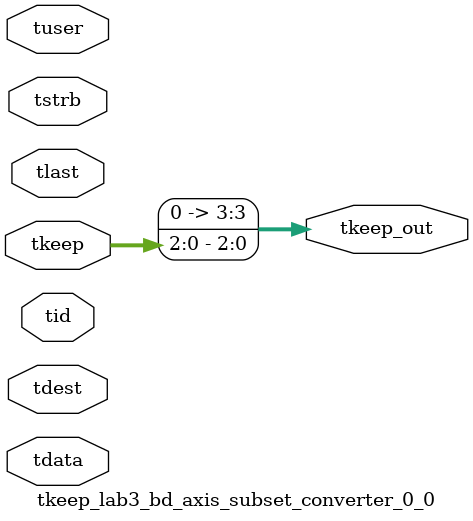
<source format=v>


`timescale 1ps/1ps

module tkeep_lab3_bd_axis_subset_converter_0_0 #
(
parameter C_S_AXIS_TDATA_WIDTH = 32,
parameter C_S_AXIS_TUSER_WIDTH = 0,
parameter C_S_AXIS_TID_WIDTH   = 0,
parameter C_S_AXIS_TDEST_WIDTH = 0,
parameter C_M_AXIS_TDATA_WIDTH = 32
)
(
input  [(C_S_AXIS_TDATA_WIDTH == 0 ? 1 : C_S_AXIS_TDATA_WIDTH)-1:0     ] tdata,
input  [(C_S_AXIS_TUSER_WIDTH == 0 ? 1 : C_S_AXIS_TUSER_WIDTH)-1:0     ] tuser,
input  [(C_S_AXIS_TID_WIDTH   == 0 ? 1 : C_S_AXIS_TID_WIDTH)-1:0       ] tid,
input  [(C_S_AXIS_TDEST_WIDTH == 0 ? 1 : C_S_AXIS_TDEST_WIDTH)-1:0     ] tdest,
input  [(C_S_AXIS_TDATA_WIDTH/8)-1:0 ] tkeep,
input  [(C_S_AXIS_TDATA_WIDTH/8)-1:0 ] tstrb,
input                                                                    tlast,
output [(C_M_AXIS_TDATA_WIDTH/8)-1:0 ] tkeep_out
);

assign tkeep_out = {tkeep[2:0]};

endmodule


</source>
